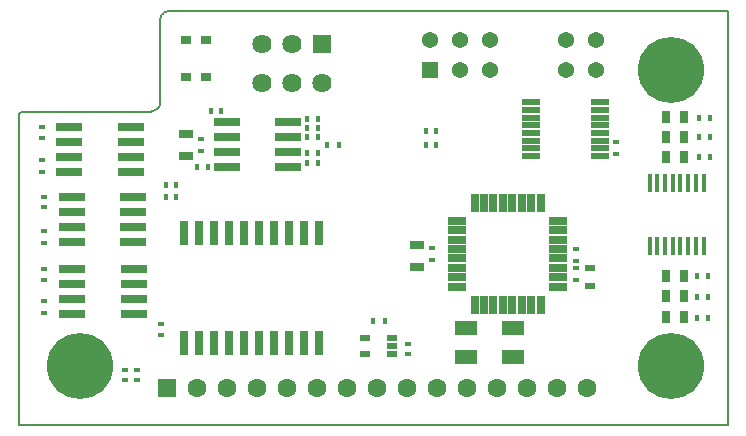
<source format=gts>
G04*
G04 #@! TF.GenerationSoftware,Altium Limited,Altium Designer,18.1.9 (240)*
G04*
G04 Layer_Color=8388736*
%FSLAX44Y44*%
%MOMM*%
G71*
G01*
G75*
%ADD20C,0.1520*%
%ADD21R,0.4500X0.6000*%
%ADD22R,0.6000X0.4500*%
%ADD23R,0.4000X0.6000*%
%ADD24R,0.6000X0.4000*%
%ADD32R,0.9000X0.5000*%
%ADD33R,1.3000X0.8000*%
%ADD37R,0.7016X2.1016*%
%ADD38R,2.3016X0.7016*%
%ADD39R,0.4516X1.5016*%
%ADD40R,0.8016X1.0016*%
%ADD41R,1.9016X1.3016*%
%ADD42R,0.6516X1.6016*%
%ADD43R,1.6016X0.6516*%
%ADD44R,0.9516X0.5016*%
%ADD45R,1.5016X0.5516*%
%ADD46R,0.8516X0.8016*%
%ADD47C,0.1016*%
%ADD48C,1.6016*%
%ADD49R,1.6016X1.6016*%
%ADD50C,1.3716*%
%ADD51R,1.3716X1.3716*%
%ADD52R,1.6256X1.6256*%
%ADD53C,1.6256*%
%ADD54C,5.6016*%
D20*
Y261586D01*
Y0D02*
X600202D01*
Y350012D01*
X129000D02*
X600202D01*
X126828Y350000D02*
X129000Y350012D01*
X126156Y350000D02*
X126828Y350000D01*
X124837Y349738D02*
X126156Y350000D01*
X123594Y349223D02*
X124837Y349738D01*
X122476Y348475D02*
X123594Y349223D01*
X122000Y348000D02*
X122476Y348475D01*
X121524Y347524D02*
X122000Y348000D01*
X120777Y346406D02*
X121524Y347524D01*
X120262Y345163D02*
X120777Y346406D01*
X120000Y343844D02*
X120262Y345163D01*
X120000Y343172D02*
Y343844D01*
X120000Y274828D02*
X120000Y343172D01*
X120000Y274828D02*
X120053Y273918D01*
X119892Y272102D02*
X120053Y273918D01*
X119380Y270353D02*
X119892Y272102D01*
X118536Y268738D02*
X119380Y270353D01*
X118000Y268000D02*
X118536Y268738D01*
X117184Y267300D02*
X118000Y268000D01*
X115368Y266155D02*
X117184Y267300D01*
X113363Y265387D02*
X115368Y266155D01*
X111246Y265024D02*
X113363Y265387D01*
X110172Y265000D02*
X111246Y265024D01*
X3414Y265000D02*
X110172D01*
X3078Y265000D02*
X3414Y265000D01*
X2418Y264869D02*
X3078Y265000D01*
X1797Y264611D02*
X2418Y264869D01*
X1238Y264238D02*
X1797Y264611D01*
X1000Y264000D02*
X1238Y264238D01*
X762Y263762D02*
X1000Y264000D01*
X389Y263203D02*
X762Y263762D01*
X131Y262582D02*
X389Y263203D01*
X0Y261922D02*
X131Y262582D01*
X0Y261586D02*
Y261922D01*
D21*
X261000Y237000D02*
D03*
X271000D02*
D03*
X309800Y87884D02*
D03*
X299800D02*
D03*
D22*
X505460Y229000D02*
D03*
Y239000D02*
D03*
X21104Y104426D02*
D03*
Y94426D02*
D03*
Y163882D02*
D03*
Y153882D02*
D03*
X19396Y224080D02*
D03*
Y214080D02*
D03*
X471632Y148764D02*
D03*
Y138764D02*
D03*
X471520Y132353D02*
D03*
Y122353D02*
D03*
X154000Y232000D02*
D03*
Y242000D02*
D03*
X350000Y149730D02*
D03*
Y139730D02*
D03*
D23*
X344688Y248666D02*
D03*
X353688D02*
D03*
X344688Y236474D02*
D03*
X353688D02*
D03*
X133500Y203000D02*
D03*
X124500D02*
D03*
X133500Y192786D02*
D03*
X124500D02*
D03*
X576322Y259842D02*
D03*
X585322D02*
D03*
X576322Y227025D02*
D03*
X585322D02*
D03*
X576322Y243434D02*
D03*
X585322D02*
D03*
X583500Y90424D02*
D03*
X574500D02*
D03*
X583500Y126238D02*
D03*
X574500D02*
D03*
X583500Y108204D02*
D03*
X574500D02*
D03*
X159996Y218190D02*
D03*
X150996D02*
D03*
X162632Y265430D02*
D03*
X171632D02*
D03*
X244166Y258826D02*
D03*
X253166D02*
D03*
Y251206D02*
D03*
X244166D02*
D03*
X253166Y243586D02*
D03*
X244166D02*
D03*
X253166Y230378D02*
D03*
X244166D02*
D03*
Y221996D02*
D03*
X253166D02*
D03*
D24*
X100000Y37500D02*
D03*
Y46500D02*
D03*
X90218Y37500D02*
D03*
Y46500D02*
D03*
X329692Y59508D02*
D03*
Y68508D02*
D03*
X120396Y85367D02*
D03*
Y76367D02*
D03*
X21481Y122500D02*
D03*
Y131500D02*
D03*
X21299Y183968D02*
D03*
Y192968D02*
D03*
X19595Y242774D02*
D03*
Y251774D02*
D03*
D32*
X483421Y117407D02*
D03*
Y132407D02*
D03*
D33*
X141364Y227500D02*
D03*
Y246500D02*
D03*
X337000Y152500D02*
D03*
Y133500D02*
D03*
D37*
X139850Y68902D02*
D03*
X152550D02*
D03*
X165250D02*
D03*
X177950D02*
D03*
X190650D02*
D03*
X203350D02*
D03*
X216050D02*
D03*
X228750D02*
D03*
X241450D02*
D03*
X254150D02*
D03*
Y161902D02*
D03*
X241450D02*
D03*
X228750D02*
D03*
X216050D02*
D03*
X203350D02*
D03*
X190650D02*
D03*
X177950D02*
D03*
X165250D02*
D03*
X152550D02*
D03*
X139850D02*
D03*
D38*
X228180Y218190D02*
D03*
Y230890D02*
D03*
Y256290D02*
D03*
X176180Y218190D02*
D03*
Y230890D02*
D03*
Y256290D02*
D03*
X228180Y243590D02*
D03*
X176180D02*
D03*
X45356Y118954D02*
D03*
X97356D02*
D03*
X45356Y131654D02*
D03*
Y106254D02*
D03*
Y93554D02*
D03*
X97356Y131654D02*
D03*
Y106254D02*
D03*
Y93554D02*
D03*
X97212Y154686D02*
D03*
Y167386D02*
D03*
Y192786D02*
D03*
X45212Y154686D02*
D03*
Y167386D02*
D03*
Y192786D02*
D03*
X97212Y180086D02*
D03*
X45212D02*
D03*
X95000Y214000D02*
D03*
Y226700D02*
D03*
Y252100D02*
D03*
X43000Y214000D02*
D03*
Y226700D02*
D03*
Y252100D02*
D03*
X95000Y239400D02*
D03*
X43000D02*
D03*
D39*
X579824Y205000D02*
D03*
X573324D02*
D03*
X566824D02*
D03*
X560324D02*
D03*
X553824D02*
D03*
X547324D02*
D03*
X540824D02*
D03*
X534324D02*
D03*
X579824Y151000D02*
D03*
X573324D02*
D03*
X566824D02*
D03*
X560324D02*
D03*
X553824D02*
D03*
X547324D02*
D03*
X540824D02*
D03*
X534324D02*
D03*
D40*
X548250Y108966D02*
D03*
X563250D02*
D03*
X548250Y126238D02*
D03*
X563250D02*
D03*
X548250Y91186D02*
D03*
X563250D02*
D03*
X563252Y226522D02*
D03*
X548252D02*
D03*
X563252Y260528D02*
D03*
X548252D02*
D03*
X563252Y243525D02*
D03*
X548252D02*
D03*
D41*
X378780Y81580D02*
D03*
X418780D02*
D03*
Y57580D02*
D03*
X378780D02*
D03*
D42*
X386020Y187780D02*
D03*
X394020D02*
D03*
X402020D02*
D03*
X410020D02*
D03*
X418020D02*
D03*
X426020D02*
D03*
X434020D02*
D03*
X442020D02*
D03*
Y101780D02*
D03*
X434020D02*
D03*
X426020D02*
D03*
X418020D02*
D03*
X410020D02*
D03*
X402020D02*
D03*
X394020D02*
D03*
X386020D02*
D03*
D43*
X457020Y172780D02*
D03*
Y164780D02*
D03*
Y156780D02*
D03*
Y148780D02*
D03*
Y140780D02*
D03*
Y132780D02*
D03*
Y124780D02*
D03*
Y116780D02*
D03*
X371020D02*
D03*
Y124780D02*
D03*
Y132780D02*
D03*
Y140780D02*
D03*
Y148780D02*
D03*
Y156780D02*
D03*
Y164780D02*
D03*
Y172780D02*
D03*
D44*
X315796Y60048D02*
D03*
Y66548D02*
D03*
Y73048D02*
D03*
X293296D02*
D03*
Y60048D02*
D03*
D45*
X433542Y272940D02*
D03*
Y266440D02*
D03*
Y259940D02*
D03*
Y253440D02*
D03*
Y246940D02*
D03*
Y240440D02*
D03*
Y233940D02*
D03*
Y227440D02*
D03*
X492542Y272940D02*
D03*
Y266440D02*
D03*
Y259940D02*
D03*
Y253440D02*
D03*
Y246940D02*
D03*
Y240440D02*
D03*
Y233940D02*
D03*
Y227440D02*
D03*
D46*
X158250Y326000D02*
D03*
Y294000D02*
D03*
X141750D02*
D03*
Y326000D02*
D03*
D47*
X128000Y178900D02*
D03*
X192000D02*
D03*
D48*
X379851Y31000D02*
D03*
X354450D02*
D03*
X405251D02*
D03*
X430650D02*
D03*
X456050D02*
D03*
X481451D02*
D03*
X278251D02*
D03*
X252850D02*
D03*
X303650D02*
D03*
X329050D02*
D03*
X227451D02*
D03*
X202050D02*
D03*
X151250D02*
D03*
X176651D02*
D03*
D49*
X125850D02*
D03*
D50*
X489204Y300300D02*
D03*
Y325700D02*
D03*
X463804Y300300D02*
D03*
Y325700D02*
D03*
X399034Y300300D02*
D03*
Y325700D02*
D03*
X373634Y300300D02*
D03*
Y325700D02*
D03*
X348234D02*
D03*
D51*
Y300300D02*
D03*
D52*
X256400Y322000D02*
D03*
D53*
X231000D02*
D03*
X205600D02*
D03*
X256400Y288980D02*
D03*
X231000D02*
D03*
X205600D02*
D03*
D54*
X552000Y50000D02*
D03*
Y300000D02*
D03*
X52000Y50000D02*
D03*
M02*

</source>
